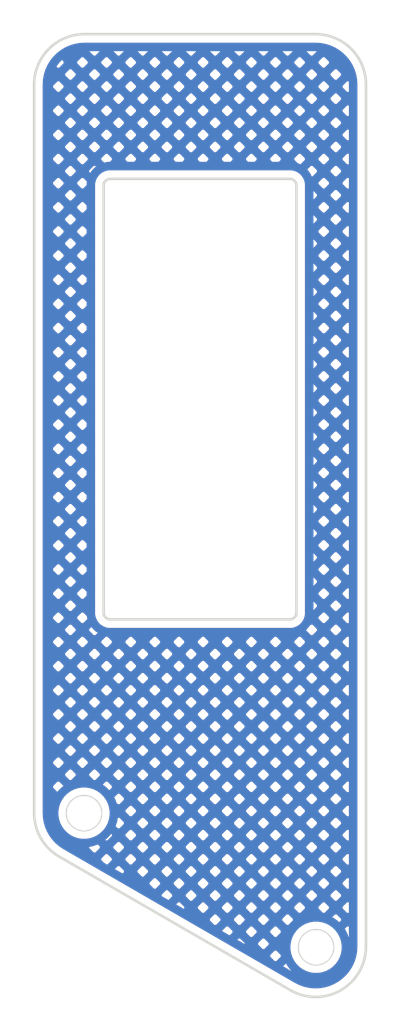
<source format=kicad_pcb>
(kicad_pcb (version 20241229) (generator "pcbnew") (generator_version "9.0")
  (title_block (title "mcu_cover") (date "2026-01-14") (rev "1") (company "Curtis Bollinger"))
  (layers (0 "F.Cu" signal) (2 "B.Cu" signal) (13 "F.Paste" user) (15 "B.Paste" user) (5 "F.SilkS" user "F.Silkscreen") (7 "B.SilkS" user "B.Silkscreen") (1 "F.Mask" user) (3 "B.Mask" user) (25 "Edge.Cuts" user))
  (net 0 "")
  (net 1 "GND")
  (footprint "ceoloide:mounting_hole_npth" (layer "F.Cu") (at 149.939872 87.435966)
    (property "Reference" "MH1" (hide yes))
    (property "Value" "")
    (pad "" np_thru_hole circle (at 0 0) (size 2 2) (drill 2) (layers "*.Cu" "*.Mask"))
  )
  (footprint "ceoloide:mounting_hole_npth" (layer "F.Cu") (at 163.539872 95.289966)
    (property "Reference" "MH2" (hide yes))
    (property "Value" "")
    (pad "" np_thru_hole circle (at 0 0) (size 2 2) (drill 2) (layers "*.Cu" "*.Mask"))
  )
  (gr_line (start 148.490372 89.982067) (end 150.343627 91.052044) (stroke (width 0.15)) (layer "Edge.Cuts"))
  (gr_arc (start 162.389872 75.695966) (mid 162.275654 75.97175) (end 161.999872 76.085966) (stroke (width 0.15)) (layer "Edge.Cuts"))
  (gr_line (start 163.514872 41.810966) (end 149.965372 41.810966) (stroke (width 0.15)) (layer "Edge.Cuts"))
  (gr_line (start 162.039872 97.804759) (end 150.343677 91.051957) (stroke (width 0.15)) (layer "Edge.Cuts"))
  (gr_arc (start 151.089872 50.675966) (mid 151.204111 50.400206) (end 151.479872 50.285966) (stroke (width 0.15)) (layer "Edge.Cuts"))
  (gr_line (start 151.089872 50.675966) (end 151.089872 75.695966) (stroke (width 0.15)) (layer "Edge.Cuts"))
  (gr_line (start 162.389872 75.695966) (end 162.389872 50.675966) (stroke (width 0.15)) (layer "Edge.Cuts"))
  (gr_arc (start 163.514872 41.810966) (mid 165.600867 42.674989) (end 166.464872 44.760966) (stroke (width 0.15)) (layer "Edge.Cuts"))
  (gr_arc (start 148.490372 89.982067) (mid 147.41061 88.902288) (end 147.015372 87.427292) (stroke (width 0.15)) (layer "Edge.Cuts"))
  (gr_circle (center 149.939872 87.435966) (end 150.939872 87.435966) (stroke (width 0.15)) (fill no) (layer "Edge.Cuts"))
  (gr_line (start 166.464872 95.249984) (end 166.464872 44.760966) (stroke (width 0.15)) (layer "Edge.Cuts"))
  (gr_line (start 147.015372 87.427292) (end 147.015372 44.760966) (stroke (width 0.15)) (layer "Edge.Cuts"))
  (gr_arc (start 147.015372 44.760966) (mid 147.879417 42.675013) (end 149.965372 41.810966) (stroke (width 0.15)) (layer "Edge.Cuts"))
  (gr_arc (start 161.999872 50.285966) (mid 162.275674 50.400182) (end 162.389872 50.675966) (stroke (width 0.15)) (layer "Edge.Cuts"))
  (gr_circle (center 163.539872 95.289966) (end 164.539872 95.289966) (stroke (width 0.15)) (fill no) (layer "Edge.Cuts"))
  (gr_arc (start 151.479872 76.085966) (mid 151.20413 75.971726) (end 151.089872 75.695966) (stroke (width 0.15)) (layer "Edge.Cuts"))
  (gr_line (start 151.479872 76.085966) (end 161.999872 76.085966) (stroke (width 0.15)) (layer "Edge.Cuts"))
  (gr_arc (start 166.464872 95.249984) (mid 164.989898 97.804864) (end 162.039872 97.804759) (stroke (width 0.15)) (layer "Edge.Cuts"))
  (gr_line (start 161.999872 50.285966) (end 151.479872 50.285966) (stroke (width 0.15)) (layer "Edge.Cuts"))
  (zone (net 1) (net_name "GND") (layer "F.Cu") (connect_pads (clearance 0.2)) (min_thickness 0.2) (fill yes (mode hatch) (thermal_gap 0.254) (thermal_bridge_width 0.4) (smoothing fillet) (radius 0.5) (hatch_thickness 0.5) (hatch_gap 0.5) (hatch_orientation 45) (hatch_smoothing_level 1) (hatch_smoothing_value 0.1) (hatch_border_algorithm hatch_thickness) (hatch_min_hole_area 0.3))
    (polygon (pts (xy 145.015372 39.810966) (xy 168.464872 39.810966) (xy 168.464872 99.804759) (xy 145.015372 99.804759)))
  )
  (zone (net 1) (net_name "GND") (layer "B.Cu") (connect_pads (clearance 0.2)) (min_thickness 0.2) (fill yes (mode hatch) (thermal_gap 0.254) (thermal_bridge_width 0.4) (smoothing fillet) (radius 0.5) (hatch_thickness 0.5) (hatch_gap 0.5) (hatch_orientation 45) (hatch_smoothing_level 1) (hatch_smoothing_value 0.1) (hatch_border_algorithm hatch_thickness) (hatch_min_hole_area 0.3))
    (polygon (pts (xy 145.015372 39.810966) (xy 168.464872 39.810966) (xy 168.464872 99.804759) (xy 145.015372 99.804759)))
  )
)
</source>
